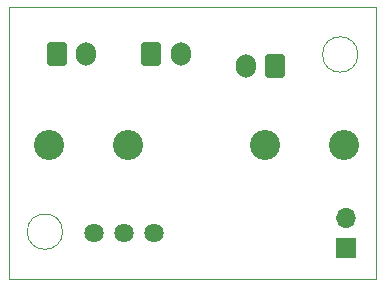
<source format=gbs>
G04 #@! TF.GenerationSoftware,KiCad,Pcbnew,(6.0.0)*
G04 #@! TF.CreationDate,2022-01-28T16:52:25+09:00*
G04 #@! TF.ProjectId,power_module_new_clube_member,706f7765-725f-46d6-9f64-756c655f6e65,rev?*
G04 #@! TF.SameCoordinates,Original*
G04 #@! TF.FileFunction,Soldermask,Bot*
G04 #@! TF.FilePolarity,Negative*
%FSLAX46Y46*%
G04 Gerber Fmt 4.6, Leading zero omitted, Abs format (unit mm)*
G04 Created by KiCad (PCBNEW (6.0.0)) date 2022-01-28 16:52:25*
%MOMM*%
%LPD*%
G01*
G04 APERTURE LIST*
G04 Aperture macros list*
%AMRoundRect*
0 Rectangle with rounded corners*
0 $1 Rounding radius*
0 $2 $3 $4 $5 $6 $7 $8 $9 X,Y pos of 4 corners*
0 Add a 4 corners polygon primitive as box body*
4,1,4,$2,$3,$4,$5,$6,$7,$8,$9,$2,$3,0*
0 Add four circle primitives for the rounded corners*
1,1,$1+$1,$2,$3*
1,1,$1+$1,$4,$5*
1,1,$1+$1,$6,$7*
1,1,$1+$1,$8,$9*
0 Add four rect primitives between the rounded corners*
20,1,$1+$1,$2,$3,$4,$5,0*
20,1,$1+$1,$4,$5,$6,$7,0*
20,1,$1+$1,$6,$7,$8,$9,0*
20,1,$1+$1,$8,$9,$2,$3,0*%
G04 Aperture macros list end*
G04 #@! TA.AperFunction,Profile*
%ADD10C,0.050000*%
G04 #@! TD*
%ADD11RoundRect,0.250000X0.600000X0.750000X-0.600000X0.750000X-0.600000X-0.750000X0.600000X-0.750000X0*%
%ADD12O,1.700000X2.000000*%
%ADD13RoundRect,0.250000X-0.600000X-0.750000X0.600000X-0.750000X0.600000X0.750000X-0.600000X0.750000X0*%
%ADD14C,1.635000*%
%ADD15C,2.550000*%
%ADD16R,1.700000X1.700000*%
%ADD17O,1.700000X1.700000*%
G04 APERTURE END LIST*
D10*
X96000000Y-68500000D02*
X96000000Y-69500000D01*
X127000000Y-68500000D02*
X96000000Y-68500000D01*
X127000000Y-69500000D02*
X127000000Y-68500000D01*
X96000000Y-69500000D02*
X96000000Y-91500000D01*
X127000000Y-91500000D02*
X127000000Y-69500000D01*
X96000000Y-91500000D02*
X127000000Y-91500000D01*
X125500000Y-72500000D02*
G75*
G03*
X125500000Y-72500000I-1500000J0D01*
G01*
X100500000Y-87500000D02*
G75*
G03*
X100500000Y-87500000I-1500000J0D01*
G01*
D11*
X118500000Y-73500000D03*
D12*
X116000000Y-73500000D03*
X102500000Y-72500000D03*
D13*
X100000000Y-72500000D03*
X108000000Y-72500000D03*
D12*
X110500000Y-72500000D03*
D14*
X108202500Y-87630000D03*
X105662500Y-87630000D03*
X103122500Y-87630000D03*
D15*
X106035000Y-80145000D03*
X99335000Y-80145000D03*
X117650000Y-80145000D03*
X124350000Y-80145000D03*
D16*
X124500000Y-88905000D03*
D17*
X124500000Y-86365000D03*
M02*

</source>
